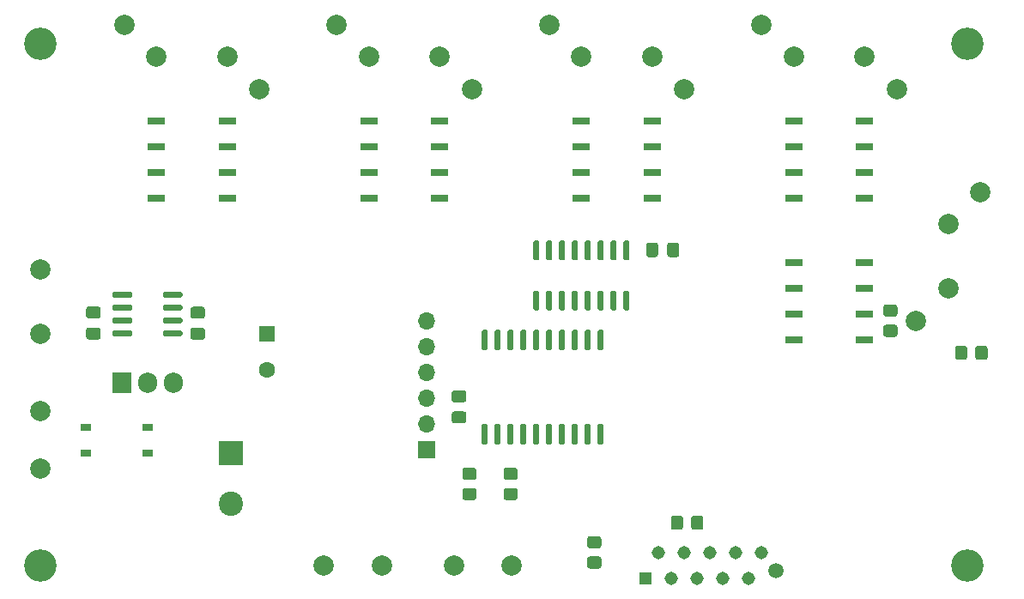
<source format=gbr>
G04 #@! TF.GenerationSoftware,KiCad,Pcbnew,(5.1.8-0-10_14)*
G04 #@! TF.CreationDate,2020-12-12T20:07:50+01:00*
G04 #@! TF.ProjectId,input-sel-v1,696e7075-742d-4736-956c-2d76312e6b69,rev?*
G04 #@! TF.SameCoordinates,Original*
G04 #@! TF.FileFunction,Soldermask,Top*
G04 #@! TF.FilePolarity,Negative*
%FSLAX46Y46*%
G04 Gerber Fmt 4.6, Leading zero omitted, Abs format (unit mm)*
G04 Created by KiCad (PCBNEW (5.1.8-0-10_14)) date 2020-12-12 20:07:50*
%MOMM*%
%LPD*%
G01*
G04 APERTURE LIST*
%ADD10O,1.905000X2.000000*%
%ADD11R,1.905000X2.000000*%
%ADD12R,1.000000X0.800000*%
%ADD13C,1.600000*%
%ADD14R,1.600000X1.600000*%
%ADD15C,2.400000*%
%ADD16R,2.400000X2.400000*%
%ADD17R,1.800000X0.800000*%
%ADD18C,2.000000*%
%ADD19O,1.700000X1.700000*%
%ADD20R,1.700000X1.700000*%
%ADD21C,1.500000*%
%ADD22C,1.308000*%
%ADD23R,1.308000X1.308000*%
%ADD24C,3.200000*%
G04 APERTURE END LIST*
D10*
X131826000Y-86106000D03*
X129286000Y-86106000D03*
D11*
X126746000Y-86106000D03*
D12*
X129340000Y-90551000D03*
X129340000Y-93091000D03*
X123190000Y-93091000D03*
X123190000Y-90551000D03*
D13*
X141097000Y-84836000D03*
D14*
X141097000Y-81336000D03*
G36*
G01*
X127786000Y-81130000D02*
X127786000Y-81430000D01*
G75*
G02*
X127636000Y-81580000I-150000J0D01*
G01*
X125986000Y-81580000D01*
G75*
G02*
X125836000Y-81430000I0J150000D01*
G01*
X125836000Y-81130000D01*
G75*
G02*
X125986000Y-80980000I150000J0D01*
G01*
X127636000Y-80980000D01*
G75*
G02*
X127786000Y-81130000I0J-150000D01*
G01*
G37*
G36*
G01*
X127786000Y-79860000D02*
X127786000Y-80160000D01*
G75*
G02*
X127636000Y-80310000I-150000J0D01*
G01*
X125986000Y-80310000D01*
G75*
G02*
X125836000Y-80160000I0J150000D01*
G01*
X125836000Y-79860000D01*
G75*
G02*
X125986000Y-79710000I150000J0D01*
G01*
X127636000Y-79710000D01*
G75*
G02*
X127786000Y-79860000I0J-150000D01*
G01*
G37*
G36*
G01*
X127786000Y-78590000D02*
X127786000Y-78890000D01*
G75*
G02*
X127636000Y-79040000I-150000J0D01*
G01*
X125986000Y-79040000D01*
G75*
G02*
X125836000Y-78890000I0J150000D01*
G01*
X125836000Y-78590000D01*
G75*
G02*
X125986000Y-78440000I150000J0D01*
G01*
X127636000Y-78440000D01*
G75*
G02*
X127786000Y-78590000I0J-150000D01*
G01*
G37*
G36*
G01*
X127786000Y-77320000D02*
X127786000Y-77620000D01*
G75*
G02*
X127636000Y-77770000I-150000J0D01*
G01*
X125986000Y-77770000D01*
G75*
G02*
X125836000Y-77620000I0J150000D01*
G01*
X125836000Y-77320000D01*
G75*
G02*
X125986000Y-77170000I150000J0D01*
G01*
X127636000Y-77170000D01*
G75*
G02*
X127786000Y-77320000I0J-150000D01*
G01*
G37*
G36*
G01*
X132736000Y-77320000D02*
X132736000Y-77620000D01*
G75*
G02*
X132586000Y-77770000I-150000J0D01*
G01*
X130936000Y-77770000D01*
G75*
G02*
X130786000Y-77620000I0J150000D01*
G01*
X130786000Y-77320000D01*
G75*
G02*
X130936000Y-77170000I150000J0D01*
G01*
X132586000Y-77170000D01*
G75*
G02*
X132736000Y-77320000I0J-150000D01*
G01*
G37*
G36*
G01*
X132736000Y-78590000D02*
X132736000Y-78890000D01*
G75*
G02*
X132586000Y-79040000I-150000J0D01*
G01*
X130936000Y-79040000D01*
G75*
G02*
X130786000Y-78890000I0J150000D01*
G01*
X130786000Y-78590000D01*
G75*
G02*
X130936000Y-78440000I150000J0D01*
G01*
X132586000Y-78440000D01*
G75*
G02*
X132736000Y-78590000I0J-150000D01*
G01*
G37*
G36*
G01*
X132736000Y-79860000D02*
X132736000Y-80160000D01*
G75*
G02*
X132586000Y-80310000I-150000J0D01*
G01*
X130936000Y-80310000D01*
G75*
G02*
X130786000Y-80160000I0J150000D01*
G01*
X130786000Y-79860000D01*
G75*
G02*
X130936000Y-79710000I150000J0D01*
G01*
X132586000Y-79710000D01*
G75*
G02*
X132736000Y-79860000I0J-150000D01*
G01*
G37*
G36*
G01*
X132736000Y-81130000D02*
X132736000Y-81430000D01*
G75*
G02*
X132586000Y-81580000I-150000J0D01*
G01*
X130936000Y-81580000D01*
G75*
G02*
X130786000Y-81430000I0J150000D01*
G01*
X130786000Y-81130000D01*
G75*
G02*
X130936000Y-80980000I150000J0D01*
G01*
X132586000Y-80980000D01*
G75*
G02*
X132736000Y-81130000I0J-150000D01*
G01*
G37*
G36*
G01*
X162710000Y-82940000D02*
X162410000Y-82940000D01*
G75*
G02*
X162260000Y-82790000I0J150000D01*
G01*
X162260000Y-81040000D01*
G75*
G02*
X162410000Y-80890000I150000J0D01*
G01*
X162710000Y-80890000D01*
G75*
G02*
X162860000Y-81040000I0J-150000D01*
G01*
X162860000Y-82790000D01*
G75*
G02*
X162710000Y-82940000I-150000J0D01*
G01*
G37*
G36*
G01*
X163980000Y-82940000D02*
X163680000Y-82940000D01*
G75*
G02*
X163530000Y-82790000I0J150000D01*
G01*
X163530000Y-81040000D01*
G75*
G02*
X163680000Y-80890000I150000J0D01*
G01*
X163980000Y-80890000D01*
G75*
G02*
X164130000Y-81040000I0J-150000D01*
G01*
X164130000Y-82790000D01*
G75*
G02*
X163980000Y-82940000I-150000J0D01*
G01*
G37*
G36*
G01*
X165250000Y-82940000D02*
X164950000Y-82940000D01*
G75*
G02*
X164800000Y-82790000I0J150000D01*
G01*
X164800000Y-81040000D01*
G75*
G02*
X164950000Y-80890000I150000J0D01*
G01*
X165250000Y-80890000D01*
G75*
G02*
X165400000Y-81040000I0J-150000D01*
G01*
X165400000Y-82790000D01*
G75*
G02*
X165250000Y-82940000I-150000J0D01*
G01*
G37*
G36*
G01*
X166520000Y-82940000D02*
X166220000Y-82940000D01*
G75*
G02*
X166070000Y-82790000I0J150000D01*
G01*
X166070000Y-81040000D01*
G75*
G02*
X166220000Y-80890000I150000J0D01*
G01*
X166520000Y-80890000D01*
G75*
G02*
X166670000Y-81040000I0J-150000D01*
G01*
X166670000Y-82790000D01*
G75*
G02*
X166520000Y-82940000I-150000J0D01*
G01*
G37*
G36*
G01*
X167790000Y-82940000D02*
X167490000Y-82940000D01*
G75*
G02*
X167340000Y-82790000I0J150000D01*
G01*
X167340000Y-81040000D01*
G75*
G02*
X167490000Y-80890000I150000J0D01*
G01*
X167790000Y-80890000D01*
G75*
G02*
X167940000Y-81040000I0J-150000D01*
G01*
X167940000Y-82790000D01*
G75*
G02*
X167790000Y-82940000I-150000J0D01*
G01*
G37*
G36*
G01*
X169060000Y-82940000D02*
X168760000Y-82940000D01*
G75*
G02*
X168610000Y-82790000I0J150000D01*
G01*
X168610000Y-81040000D01*
G75*
G02*
X168760000Y-80890000I150000J0D01*
G01*
X169060000Y-80890000D01*
G75*
G02*
X169210000Y-81040000I0J-150000D01*
G01*
X169210000Y-82790000D01*
G75*
G02*
X169060000Y-82940000I-150000J0D01*
G01*
G37*
G36*
G01*
X170330000Y-82940000D02*
X170030000Y-82940000D01*
G75*
G02*
X169880000Y-82790000I0J150000D01*
G01*
X169880000Y-81040000D01*
G75*
G02*
X170030000Y-80890000I150000J0D01*
G01*
X170330000Y-80890000D01*
G75*
G02*
X170480000Y-81040000I0J-150000D01*
G01*
X170480000Y-82790000D01*
G75*
G02*
X170330000Y-82940000I-150000J0D01*
G01*
G37*
G36*
G01*
X171600000Y-82940000D02*
X171300000Y-82940000D01*
G75*
G02*
X171150000Y-82790000I0J150000D01*
G01*
X171150000Y-81040000D01*
G75*
G02*
X171300000Y-80890000I150000J0D01*
G01*
X171600000Y-80890000D01*
G75*
G02*
X171750000Y-81040000I0J-150000D01*
G01*
X171750000Y-82790000D01*
G75*
G02*
X171600000Y-82940000I-150000J0D01*
G01*
G37*
G36*
G01*
X172870000Y-82940000D02*
X172570000Y-82940000D01*
G75*
G02*
X172420000Y-82790000I0J150000D01*
G01*
X172420000Y-81040000D01*
G75*
G02*
X172570000Y-80890000I150000J0D01*
G01*
X172870000Y-80890000D01*
G75*
G02*
X173020000Y-81040000I0J-150000D01*
G01*
X173020000Y-82790000D01*
G75*
G02*
X172870000Y-82940000I-150000J0D01*
G01*
G37*
G36*
G01*
X174140000Y-82940000D02*
X173840000Y-82940000D01*
G75*
G02*
X173690000Y-82790000I0J150000D01*
G01*
X173690000Y-81040000D01*
G75*
G02*
X173840000Y-80890000I150000J0D01*
G01*
X174140000Y-80890000D01*
G75*
G02*
X174290000Y-81040000I0J-150000D01*
G01*
X174290000Y-82790000D01*
G75*
G02*
X174140000Y-82940000I-150000J0D01*
G01*
G37*
G36*
G01*
X174140000Y-92240000D02*
X173840000Y-92240000D01*
G75*
G02*
X173690000Y-92090000I0J150000D01*
G01*
X173690000Y-90340000D01*
G75*
G02*
X173840000Y-90190000I150000J0D01*
G01*
X174140000Y-90190000D01*
G75*
G02*
X174290000Y-90340000I0J-150000D01*
G01*
X174290000Y-92090000D01*
G75*
G02*
X174140000Y-92240000I-150000J0D01*
G01*
G37*
G36*
G01*
X172870000Y-92240000D02*
X172570000Y-92240000D01*
G75*
G02*
X172420000Y-92090000I0J150000D01*
G01*
X172420000Y-90340000D01*
G75*
G02*
X172570000Y-90190000I150000J0D01*
G01*
X172870000Y-90190000D01*
G75*
G02*
X173020000Y-90340000I0J-150000D01*
G01*
X173020000Y-92090000D01*
G75*
G02*
X172870000Y-92240000I-150000J0D01*
G01*
G37*
G36*
G01*
X171600000Y-92240000D02*
X171300000Y-92240000D01*
G75*
G02*
X171150000Y-92090000I0J150000D01*
G01*
X171150000Y-90340000D01*
G75*
G02*
X171300000Y-90190000I150000J0D01*
G01*
X171600000Y-90190000D01*
G75*
G02*
X171750000Y-90340000I0J-150000D01*
G01*
X171750000Y-92090000D01*
G75*
G02*
X171600000Y-92240000I-150000J0D01*
G01*
G37*
G36*
G01*
X170330000Y-92240000D02*
X170030000Y-92240000D01*
G75*
G02*
X169880000Y-92090000I0J150000D01*
G01*
X169880000Y-90340000D01*
G75*
G02*
X170030000Y-90190000I150000J0D01*
G01*
X170330000Y-90190000D01*
G75*
G02*
X170480000Y-90340000I0J-150000D01*
G01*
X170480000Y-92090000D01*
G75*
G02*
X170330000Y-92240000I-150000J0D01*
G01*
G37*
G36*
G01*
X169060000Y-92240000D02*
X168760000Y-92240000D01*
G75*
G02*
X168610000Y-92090000I0J150000D01*
G01*
X168610000Y-90340000D01*
G75*
G02*
X168760000Y-90190000I150000J0D01*
G01*
X169060000Y-90190000D01*
G75*
G02*
X169210000Y-90340000I0J-150000D01*
G01*
X169210000Y-92090000D01*
G75*
G02*
X169060000Y-92240000I-150000J0D01*
G01*
G37*
G36*
G01*
X167790000Y-92240000D02*
X167490000Y-92240000D01*
G75*
G02*
X167340000Y-92090000I0J150000D01*
G01*
X167340000Y-90340000D01*
G75*
G02*
X167490000Y-90190000I150000J0D01*
G01*
X167790000Y-90190000D01*
G75*
G02*
X167940000Y-90340000I0J-150000D01*
G01*
X167940000Y-92090000D01*
G75*
G02*
X167790000Y-92240000I-150000J0D01*
G01*
G37*
G36*
G01*
X166520000Y-92240000D02*
X166220000Y-92240000D01*
G75*
G02*
X166070000Y-92090000I0J150000D01*
G01*
X166070000Y-90340000D01*
G75*
G02*
X166220000Y-90190000I150000J0D01*
G01*
X166520000Y-90190000D01*
G75*
G02*
X166670000Y-90340000I0J-150000D01*
G01*
X166670000Y-92090000D01*
G75*
G02*
X166520000Y-92240000I-150000J0D01*
G01*
G37*
G36*
G01*
X165250000Y-92240000D02*
X164950000Y-92240000D01*
G75*
G02*
X164800000Y-92090000I0J150000D01*
G01*
X164800000Y-90340000D01*
G75*
G02*
X164950000Y-90190000I150000J0D01*
G01*
X165250000Y-90190000D01*
G75*
G02*
X165400000Y-90340000I0J-150000D01*
G01*
X165400000Y-92090000D01*
G75*
G02*
X165250000Y-92240000I-150000J0D01*
G01*
G37*
G36*
G01*
X163980000Y-92240000D02*
X163680000Y-92240000D01*
G75*
G02*
X163530000Y-92090000I0J150000D01*
G01*
X163530000Y-90340000D01*
G75*
G02*
X163680000Y-90190000I150000J0D01*
G01*
X163980000Y-90190000D01*
G75*
G02*
X164130000Y-90340000I0J-150000D01*
G01*
X164130000Y-92090000D01*
G75*
G02*
X163980000Y-92240000I-150000J0D01*
G01*
G37*
G36*
G01*
X162710000Y-92240000D02*
X162410000Y-92240000D01*
G75*
G02*
X162260000Y-92090000I0J150000D01*
G01*
X162260000Y-90340000D01*
G75*
G02*
X162410000Y-90190000I150000J0D01*
G01*
X162710000Y-90190000D01*
G75*
G02*
X162860000Y-90340000I0J-150000D01*
G01*
X162860000Y-92090000D01*
G75*
G02*
X162710000Y-92240000I-150000J0D01*
G01*
G37*
D15*
X137541000Y-98091000D03*
D16*
X137541000Y-93091000D03*
G36*
G01*
X167790000Y-74065000D02*
X167490000Y-74065000D01*
G75*
G02*
X167340000Y-73915000I0J150000D01*
G01*
X167340000Y-72265000D01*
G75*
G02*
X167490000Y-72115000I150000J0D01*
G01*
X167790000Y-72115000D01*
G75*
G02*
X167940000Y-72265000I0J-150000D01*
G01*
X167940000Y-73915000D01*
G75*
G02*
X167790000Y-74065000I-150000J0D01*
G01*
G37*
G36*
G01*
X169060000Y-74065000D02*
X168760000Y-74065000D01*
G75*
G02*
X168610000Y-73915000I0J150000D01*
G01*
X168610000Y-72265000D01*
G75*
G02*
X168760000Y-72115000I150000J0D01*
G01*
X169060000Y-72115000D01*
G75*
G02*
X169210000Y-72265000I0J-150000D01*
G01*
X169210000Y-73915000D01*
G75*
G02*
X169060000Y-74065000I-150000J0D01*
G01*
G37*
G36*
G01*
X170330000Y-74065000D02*
X170030000Y-74065000D01*
G75*
G02*
X169880000Y-73915000I0J150000D01*
G01*
X169880000Y-72265000D01*
G75*
G02*
X170030000Y-72115000I150000J0D01*
G01*
X170330000Y-72115000D01*
G75*
G02*
X170480000Y-72265000I0J-150000D01*
G01*
X170480000Y-73915000D01*
G75*
G02*
X170330000Y-74065000I-150000J0D01*
G01*
G37*
G36*
G01*
X171600000Y-74065000D02*
X171300000Y-74065000D01*
G75*
G02*
X171150000Y-73915000I0J150000D01*
G01*
X171150000Y-72265000D01*
G75*
G02*
X171300000Y-72115000I150000J0D01*
G01*
X171600000Y-72115000D01*
G75*
G02*
X171750000Y-72265000I0J-150000D01*
G01*
X171750000Y-73915000D01*
G75*
G02*
X171600000Y-74065000I-150000J0D01*
G01*
G37*
G36*
G01*
X172870000Y-74065000D02*
X172570000Y-74065000D01*
G75*
G02*
X172420000Y-73915000I0J150000D01*
G01*
X172420000Y-72265000D01*
G75*
G02*
X172570000Y-72115000I150000J0D01*
G01*
X172870000Y-72115000D01*
G75*
G02*
X173020000Y-72265000I0J-150000D01*
G01*
X173020000Y-73915000D01*
G75*
G02*
X172870000Y-74065000I-150000J0D01*
G01*
G37*
G36*
G01*
X174140000Y-74065000D02*
X173840000Y-74065000D01*
G75*
G02*
X173690000Y-73915000I0J150000D01*
G01*
X173690000Y-72265000D01*
G75*
G02*
X173840000Y-72115000I150000J0D01*
G01*
X174140000Y-72115000D01*
G75*
G02*
X174290000Y-72265000I0J-150000D01*
G01*
X174290000Y-73915000D01*
G75*
G02*
X174140000Y-74065000I-150000J0D01*
G01*
G37*
G36*
G01*
X175410000Y-74065000D02*
X175110000Y-74065000D01*
G75*
G02*
X174960000Y-73915000I0J150000D01*
G01*
X174960000Y-72265000D01*
G75*
G02*
X175110000Y-72115000I150000J0D01*
G01*
X175410000Y-72115000D01*
G75*
G02*
X175560000Y-72265000I0J-150000D01*
G01*
X175560000Y-73915000D01*
G75*
G02*
X175410000Y-74065000I-150000J0D01*
G01*
G37*
G36*
G01*
X176680000Y-74065000D02*
X176380000Y-74065000D01*
G75*
G02*
X176230000Y-73915000I0J150000D01*
G01*
X176230000Y-72265000D01*
G75*
G02*
X176380000Y-72115000I150000J0D01*
G01*
X176680000Y-72115000D01*
G75*
G02*
X176830000Y-72265000I0J-150000D01*
G01*
X176830000Y-73915000D01*
G75*
G02*
X176680000Y-74065000I-150000J0D01*
G01*
G37*
G36*
G01*
X176680000Y-79015000D02*
X176380000Y-79015000D01*
G75*
G02*
X176230000Y-78865000I0J150000D01*
G01*
X176230000Y-77215000D01*
G75*
G02*
X176380000Y-77065000I150000J0D01*
G01*
X176680000Y-77065000D01*
G75*
G02*
X176830000Y-77215000I0J-150000D01*
G01*
X176830000Y-78865000D01*
G75*
G02*
X176680000Y-79015000I-150000J0D01*
G01*
G37*
G36*
G01*
X175410000Y-79015000D02*
X175110000Y-79015000D01*
G75*
G02*
X174960000Y-78865000I0J150000D01*
G01*
X174960000Y-77215000D01*
G75*
G02*
X175110000Y-77065000I150000J0D01*
G01*
X175410000Y-77065000D01*
G75*
G02*
X175560000Y-77215000I0J-150000D01*
G01*
X175560000Y-78865000D01*
G75*
G02*
X175410000Y-79015000I-150000J0D01*
G01*
G37*
G36*
G01*
X174140000Y-79015000D02*
X173840000Y-79015000D01*
G75*
G02*
X173690000Y-78865000I0J150000D01*
G01*
X173690000Y-77215000D01*
G75*
G02*
X173840000Y-77065000I150000J0D01*
G01*
X174140000Y-77065000D01*
G75*
G02*
X174290000Y-77215000I0J-150000D01*
G01*
X174290000Y-78865000D01*
G75*
G02*
X174140000Y-79015000I-150000J0D01*
G01*
G37*
G36*
G01*
X172870000Y-79015000D02*
X172570000Y-79015000D01*
G75*
G02*
X172420000Y-78865000I0J150000D01*
G01*
X172420000Y-77215000D01*
G75*
G02*
X172570000Y-77065000I150000J0D01*
G01*
X172870000Y-77065000D01*
G75*
G02*
X173020000Y-77215000I0J-150000D01*
G01*
X173020000Y-78865000D01*
G75*
G02*
X172870000Y-79015000I-150000J0D01*
G01*
G37*
G36*
G01*
X171600000Y-79015000D02*
X171300000Y-79015000D01*
G75*
G02*
X171150000Y-78865000I0J150000D01*
G01*
X171150000Y-77215000D01*
G75*
G02*
X171300000Y-77065000I150000J0D01*
G01*
X171600000Y-77065000D01*
G75*
G02*
X171750000Y-77215000I0J-150000D01*
G01*
X171750000Y-78865000D01*
G75*
G02*
X171600000Y-79015000I-150000J0D01*
G01*
G37*
G36*
G01*
X170330000Y-79015000D02*
X170030000Y-79015000D01*
G75*
G02*
X169880000Y-78865000I0J150000D01*
G01*
X169880000Y-77215000D01*
G75*
G02*
X170030000Y-77065000I150000J0D01*
G01*
X170330000Y-77065000D01*
G75*
G02*
X170480000Y-77215000I0J-150000D01*
G01*
X170480000Y-78865000D01*
G75*
G02*
X170330000Y-79015000I-150000J0D01*
G01*
G37*
G36*
G01*
X169060000Y-79015000D02*
X168760000Y-79015000D01*
G75*
G02*
X168610000Y-78865000I0J150000D01*
G01*
X168610000Y-77215000D01*
G75*
G02*
X168760000Y-77065000I150000J0D01*
G01*
X169060000Y-77065000D01*
G75*
G02*
X169210000Y-77215000I0J-150000D01*
G01*
X169210000Y-78865000D01*
G75*
G02*
X169060000Y-79015000I-150000J0D01*
G01*
G37*
G36*
G01*
X167790000Y-79015000D02*
X167490000Y-79015000D01*
G75*
G02*
X167340000Y-78865000I0J150000D01*
G01*
X167340000Y-77215000D01*
G75*
G02*
X167490000Y-77065000I150000J0D01*
G01*
X167790000Y-77065000D01*
G75*
G02*
X167940000Y-77215000I0J-150000D01*
G01*
X167940000Y-78865000D01*
G75*
G02*
X167790000Y-79015000I-150000J0D01*
G01*
G37*
G36*
G01*
X182115000Y-99498999D02*
X182115000Y-100399001D01*
G75*
G02*
X181865001Y-100649000I-249999J0D01*
G01*
X181164999Y-100649000D01*
G75*
G02*
X180915000Y-100399001I0J249999D01*
G01*
X180915000Y-99498999D01*
G75*
G02*
X181164999Y-99249000I249999J0D01*
G01*
X181865001Y-99249000D01*
G75*
G02*
X182115000Y-99498999I0J-249999D01*
G01*
G37*
G36*
G01*
X184115000Y-99498999D02*
X184115000Y-100399001D01*
G75*
G02*
X183865001Y-100649000I-249999J0D01*
G01*
X183164999Y-100649000D01*
G75*
G02*
X182915000Y-100399001I0J249999D01*
G01*
X182915000Y-99498999D01*
G75*
G02*
X183164999Y-99249000I249999J0D01*
G01*
X183865001Y-99249000D01*
G75*
G02*
X184115000Y-99498999I0J-249999D01*
G01*
G37*
G36*
G01*
X173805001Y-102470000D02*
X172904999Y-102470000D01*
G75*
G02*
X172655000Y-102220001I0J249999D01*
G01*
X172655000Y-101519999D01*
G75*
G02*
X172904999Y-101270000I249999J0D01*
G01*
X173805001Y-101270000D01*
G75*
G02*
X174055000Y-101519999I0J-249999D01*
G01*
X174055000Y-102220001D01*
G75*
G02*
X173805001Y-102470000I-249999J0D01*
G01*
G37*
G36*
G01*
X173805001Y-104470000D02*
X172904999Y-104470000D01*
G75*
G02*
X172655000Y-104220001I0J249999D01*
G01*
X172655000Y-103519999D01*
G75*
G02*
X172904999Y-103270000I249999J0D01*
G01*
X173805001Y-103270000D01*
G75*
G02*
X174055000Y-103519999I0J-249999D01*
G01*
X174055000Y-104220001D01*
G75*
G02*
X173805001Y-104470000I-249999J0D01*
G01*
G37*
G36*
G01*
X210150000Y-82734999D02*
X210150000Y-83635001D01*
G75*
G02*
X209900001Y-83885000I-249999J0D01*
G01*
X209199999Y-83885000D01*
G75*
G02*
X208950000Y-83635001I0J249999D01*
G01*
X208950000Y-82734999D01*
G75*
G02*
X209199999Y-82485000I249999J0D01*
G01*
X209900001Y-82485000D01*
G75*
G02*
X210150000Y-82734999I0J-249999D01*
G01*
G37*
G36*
G01*
X212150000Y-82734999D02*
X212150000Y-83635001D01*
G75*
G02*
X211900001Y-83885000I-249999J0D01*
G01*
X211199999Y-83885000D01*
G75*
G02*
X210950000Y-83635001I0J249999D01*
G01*
X210950000Y-82734999D01*
G75*
G02*
X211199999Y-82485000I249999J0D01*
G01*
X211900001Y-82485000D01*
G75*
G02*
X212150000Y-82734999I0J-249999D01*
G01*
G37*
G36*
G01*
X203015001Y-79610000D02*
X202114999Y-79610000D01*
G75*
G02*
X201865000Y-79360001I0J249999D01*
G01*
X201865000Y-78659999D01*
G75*
G02*
X202114999Y-78410000I249999J0D01*
G01*
X203015001Y-78410000D01*
G75*
G02*
X203265000Y-78659999I0J-249999D01*
G01*
X203265000Y-79360001D01*
G75*
G02*
X203015001Y-79610000I-249999J0D01*
G01*
G37*
G36*
G01*
X203015001Y-81610000D02*
X202114999Y-81610000D01*
G75*
G02*
X201865000Y-81360001I0J249999D01*
G01*
X201865000Y-80659999D01*
G75*
G02*
X202114999Y-80410000I249999J0D01*
G01*
X203015001Y-80410000D01*
G75*
G02*
X203265000Y-80659999I0J-249999D01*
G01*
X203265000Y-81360001D01*
G75*
G02*
X203015001Y-81610000I-249999J0D01*
G01*
G37*
G36*
G01*
X160585999Y-96523000D02*
X161486001Y-96523000D01*
G75*
G02*
X161736000Y-96772999I0J-249999D01*
G01*
X161736000Y-97473001D01*
G75*
G02*
X161486001Y-97723000I-249999J0D01*
G01*
X160585999Y-97723000D01*
G75*
G02*
X160336000Y-97473001I0J249999D01*
G01*
X160336000Y-96772999D01*
G75*
G02*
X160585999Y-96523000I249999J0D01*
G01*
G37*
G36*
G01*
X160585999Y-94523000D02*
X161486001Y-94523000D01*
G75*
G02*
X161736000Y-94772999I0J-249999D01*
G01*
X161736000Y-95473001D01*
G75*
G02*
X161486001Y-95723000I-249999J0D01*
G01*
X160585999Y-95723000D01*
G75*
G02*
X160336000Y-95473001I0J249999D01*
G01*
X160336000Y-94772999D01*
G75*
G02*
X160585999Y-94523000I249999J0D01*
G01*
G37*
G36*
G01*
X164649999Y-96523000D02*
X165550001Y-96523000D01*
G75*
G02*
X165800000Y-96772999I0J-249999D01*
G01*
X165800000Y-97473001D01*
G75*
G02*
X165550001Y-97723000I-249999J0D01*
G01*
X164649999Y-97723000D01*
G75*
G02*
X164400000Y-97473001I0J249999D01*
G01*
X164400000Y-96772999D01*
G75*
G02*
X164649999Y-96523000I249999J0D01*
G01*
G37*
G36*
G01*
X164649999Y-94523000D02*
X165550001Y-94523000D01*
G75*
G02*
X165800000Y-94772999I0J-249999D01*
G01*
X165800000Y-95473001D01*
G75*
G02*
X165550001Y-95723000I-249999J0D01*
G01*
X164649999Y-95723000D01*
G75*
G02*
X164400000Y-95473001I0J249999D01*
G01*
X164400000Y-94772999D01*
G75*
G02*
X164649999Y-94523000I249999J0D01*
G01*
G37*
D17*
X200025000Y-67945000D03*
X200025000Y-65405000D03*
X200025000Y-62865000D03*
X200025000Y-60325000D03*
X193025000Y-60325000D03*
X193025000Y-62865000D03*
X193025000Y-65405000D03*
X193025000Y-67945000D03*
X179070000Y-67945000D03*
X179070000Y-65405000D03*
X179070000Y-62865000D03*
X179070000Y-60325000D03*
X172070000Y-60325000D03*
X172070000Y-62865000D03*
X172070000Y-65405000D03*
X172070000Y-67945000D03*
X158115000Y-67945000D03*
X158115000Y-65405000D03*
X158115000Y-62865000D03*
X158115000Y-60325000D03*
X151115000Y-60325000D03*
X151115000Y-62865000D03*
X151115000Y-65405000D03*
X151115000Y-67945000D03*
X137160000Y-67945000D03*
X137160000Y-65405000D03*
X137160000Y-62865000D03*
X137160000Y-60325000D03*
X130160000Y-60325000D03*
X130160000Y-62865000D03*
X130160000Y-65405000D03*
X130160000Y-67945000D03*
X200040000Y-81915000D03*
X200040000Y-79375000D03*
X200040000Y-76835000D03*
X200040000Y-74295000D03*
X193040000Y-74295000D03*
X193040000Y-76835000D03*
X193040000Y-79375000D03*
X193040000Y-81915000D03*
D18*
X189865000Y-50800000D03*
X193040000Y-53975000D03*
X203200000Y-57150000D03*
X200025000Y-53975000D03*
X168910000Y-50800000D03*
X172085000Y-53975000D03*
X182245000Y-57150000D03*
X179070000Y-53975000D03*
X147955000Y-50800000D03*
X151130000Y-53975000D03*
X161290000Y-57150000D03*
X158115000Y-53975000D03*
X127000000Y-50800000D03*
X130175000Y-53975000D03*
X140335000Y-57150000D03*
X137160000Y-53975000D03*
X211455000Y-67310000D03*
X208280000Y-70485000D03*
X205105000Y-80010000D03*
X208280000Y-76835000D03*
D19*
X156845000Y-80010000D03*
X156845000Y-82550000D03*
X156845000Y-85090000D03*
X156845000Y-87630000D03*
X156845000Y-90170000D03*
D20*
X156845000Y-92710000D03*
D21*
X191265000Y-104670000D03*
D22*
X189865000Y-102870000D03*
X188595000Y-105410000D03*
X187325000Y-102870000D03*
X186055000Y-105410000D03*
X184785000Y-102870000D03*
X183515000Y-105410000D03*
X182245000Y-102870000D03*
X180975000Y-105410000D03*
X179705000Y-102870000D03*
D23*
X178435000Y-105410000D03*
D18*
X118745000Y-88900000D03*
X118745000Y-94615000D03*
X118745000Y-74930000D03*
X118745000Y-81280000D03*
X146685000Y-104140000D03*
X152400000Y-104140000D03*
X159512000Y-104140000D03*
X165227000Y-104140000D03*
D24*
X118745000Y-104140000D03*
X210185000Y-104140000D03*
X210185000Y-52705000D03*
X118745000Y-52705000D03*
G36*
G01*
X160495000Y-88069000D02*
X159545000Y-88069000D01*
G75*
G02*
X159295000Y-87819000I0J250000D01*
G01*
X159295000Y-87144000D01*
G75*
G02*
X159545000Y-86894000I250000J0D01*
G01*
X160495000Y-86894000D01*
G75*
G02*
X160745000Y-87144000I0J-250000D01*
G01*
X160745000Y-87819000D01*
G75*
G02*
X160495000Y-88069000I-250000J0D01*
G01*
G37*
G36*
G01*
X160495000Y-90144000D02*
X159545000Y-90144000D01*
G75*
G02*
X159295000Y-89894000I0J250000D01*
G01*
X159295000Y-89219000D01*
G75*
G02*
X159545000Y-88969000I250000J0D01*
G01*
X160495000Y-88969000D01*
G75*
G02*
X160745000Y-89219000I0J-250000D01*
G01*
X160745000Y-89894000D01*
G75*
G02*
X160495000Y-90144000I-250000J0D01*
G01*
G37*
G36*
G01*
X179657500Y-72550000D02*
X179657500Y-73500000D01*
G75*
G02*
X179407500Y-73750000I-250000J0D01*
G01*
X178732500Y-73750000D01*
G75*
G02*
X178482500Y-73500000I0J250000D01*
G01*
X178482500Y-72550000D01*
G75*
G02*
X178732500Y-72300000I250000J0D01*
G01*
X179407500Y-72300000D01*
G75*
G02*
X179657500Y-72550000I0J-250000D01*
G01*
G37*
G36*
G01*
X181732500Y-72550000D02*
X181732500Y-73500000D01*
G75*
G02*
X181482500Y-73750000I-250000J0D01*
G01*
X180807500Y-73750000D01*
G75*
G02*
X180557500Y-73500000I0J250000D01*
G01*
X180557500Y-72550000D01*
G75*
G02*
X180807500Y-72300000I250000J0D01*
G01*
X181482500Y-72300000D01*
G75*
G02*
X181732500Y-72550000I0J-250000D01*
G01*
G37*
G36*
G01*
X134714000Y-79814000D02*
X133764000Y-79814000D01*
G75*
G02*
X133514000Y-79564000I0J250000D01*
G01*
X133514000Y-78889000D01*
G75*
G02*
X133764000Y-78639000I250000J0D01*
G01*
X134714000Y-78639000D01*
G75*
G02*
X134964000Y-78889000I0J-250000D01*
G01*
X134964000Y-79564000D01*
G75*
G02*
X134714000Y-79814000I-250000J0D01*
G01*
G37*
G36*
G01*
X134714000Y-81889000D02*
X133764000Y-81889000D01*
G75*
G02*
X133514000Y-81639000I0J250000D01*
G01*
X133514000Y-80964000D01*
G75*
G02*
X133764000Y-80714000I250000J0D01*
G01*
X134714000Y-80714000D01*
G75*
G02*
X134964000Y-80964000I0J-250000D01*
G01*
X134964000Y-81639000D01*
G75*
G02*
X134714000Y-81889000I-250000J0D01*
G01*
G37*
G36*
G01*
X124427000Y-79792500D02*
X123477000Y-79792500D01*
G75*
G02*
X123227000Y-79542500I0J250000D01*
G01*
X123227000Y-78867500D01*
G75*
G02*
X123477000Y-78617500I250000J0D01*
G01*
X124427000Y-78617500D01*
G75*
G02*
X124677000Y-78867500I0J-250000D01*
G01*
X124677000Y-79542500D01*
G75*
G02*
X124427000Y-79792500I-250000J0D01*
G01*
G37*
G36*
G01*
X124427000Y-81867500D02*
X123477000Y-81867500D01*
G75*
G02*
X123227000Y-81617500I0J250000D01*
G01*
X123227000Y-80942500D01*
G75*
G02*
X123477000Y-80692500I250000J0D01*
G01*
X124427000Y-80692500D01*
G75*
G02*
X124677000Y-80942500I0J-250000D01*
G01*
X124677000Y-81617500D01*
G75*
G02*
X124427000Y-81867500I-250000J0D01*
G01*
G37*
M02*

</source>
